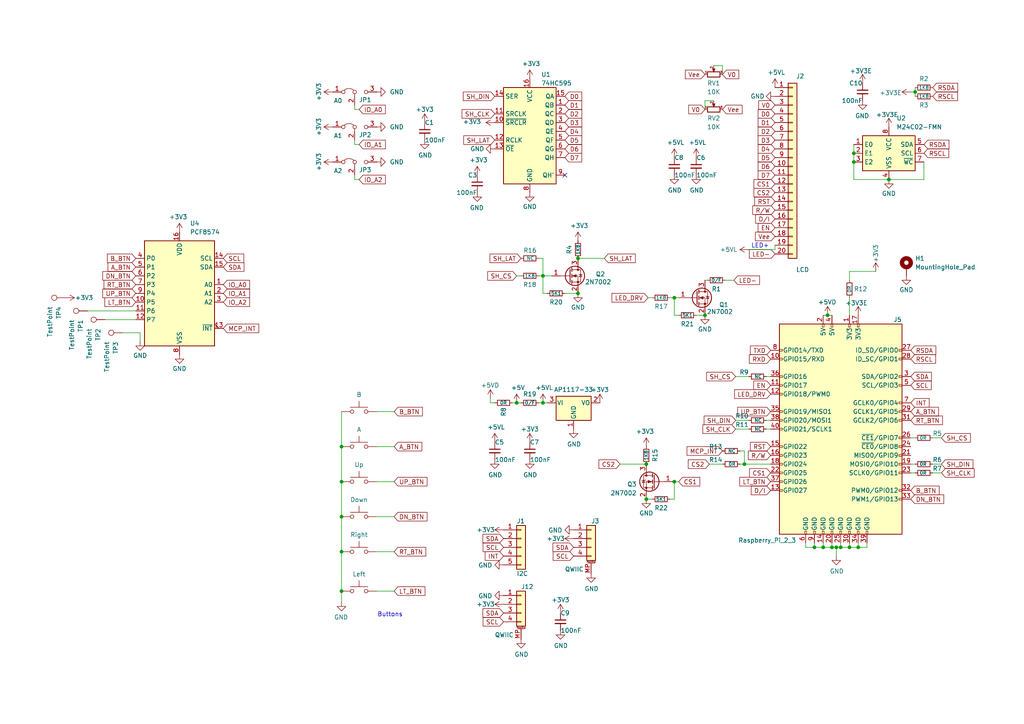
<source format=kicad_sch>
(kicad_sch (version 20231120) (generator "eeschema") (generator_version "8.0")
  (paper "A4")
  (junction (at 265.43 26.67))
  (junction (at 157.48 116.84))
  (junction (at 187.452 134.62))
  (junction (at 99.06 129.54))
  (junction (at 99.06 139.7))
  (junction (at 167.64 85.09))
  (junction (at 247.65 44.45))
  (junction (at 248.92 158.75))
  (junction (at 167.64 74.93))
  (junction (at 246.38 158.75))
  (junction (at 195.58 86.36))
  (junction (at 157.48 80.01))
  (junction (at 99.06 171.45))
  (junction (at 236.22 158.75))
  (junction (at 257.81 52.07))
  (junction (at 243.84 158.75))
  (junction (at 195.58 139.7))
  (junction (at 187.452 144.78))
  (junction (at 241.3 158.75))
  (junction (at 204.47 91.44))
  (junction (at 247.65 46.99))
  (junction (at 99.06 149.86))
  (junction (at 242.57 158.75))
  (junction (at 149.86 116.84))
  (junction (at 215.9 134.62))
  (junction (at 99.06 160.02))
  (junction (at 238.76 158.75))
  (junction (at 240.03 91.44))
  (no_connect (at 163.83 50.8))
  (wire (pts (xy 243.84 158.75) (xy 246.38 158.75)))
  (wire (pts (xy 102.87 41.91) (xy 102.87 40.64)))
  (wire (pts (xy 148.59 116.84) (xy 149.86 116.84)))
  (wire (pts (xy 236.22 158.75) (xy 238.76 158.75)))
  (wire (pts (xy 149.86 80.01) (xy 151.13 80.01)))
  (wire (pts (xy 273.05 137.16) (xy 270.51 137.16)))
  (wire (pts (xy 142.24 116.84) (xy 142.24 115.57)))
  (wire (pts (xy 273.05 134.62) (xy 270.51 134.62)))
  (wire (pts (xy 247.65 46.99) (xy 247.65 44.45)))
  (wire (pts (xy 35.56 96.52) (xy 40.64 96.52)))
  (wire (pts (xy 210.312 81.28) (xy 212.852 81.28)))
  (wire (pts (xy 243.84 157.48) (xy 243.84 158.75)))
  (wire (pts (xy 104.14 52.07) (xy 102.87 52.07)))
  (wire (pts (xy 241.3 158.75) (xy 242.57 158.75)))
  (wire (pts (xy 114.3 149.86) (xy 109.22 149.86)))
  (wire (pts (xy 205.74 134.62) (xy 209.55 134.62)))
  (wire (pts (xy 265.43 26.67) (xy 264.16 26.67)))
  (wire (pts (xy 209.55 19.05) (xy 209.55 21.59)))
  (wire (pts (xy 99.06 149.86) (xy 99.06 160.02)))
  (wire (pts (xy 40.64 96.52) (xy 40.64 99.06)))
  (wire (pts (xy 195.58 86.36) (xy 196.85 86.36)))
  (wire (pts (xy 222.25 124.46) (xy 223.52 124.46)))
  (wire (pts (xy 265.43 134.62) (xy 264.16 134.62)))
  (wire (pts (xy 99.06 129.54) (xy 99.06 139.7)))
  (wire (pts (xy 242.57 158.75) (xy 243.84 158.75)))
  (wire (pts (xy 143.51 116.84) (xy 142.24 116.84)))
  (wire (pts (xy 104.14 41.91) (xy 102.87 41.91)))
  (wire (pts (xy 99.06 139.7) (xy 99.06 149.86)))
  (wire (pts (xy 114.3 171.45) (xy 109.22 171.45)))
  (wire (pts (xy 222.25 109.22) (xy 223.52 109.22)))
  (wire (pts (xy 233.68 157.48) (xy 233.68 158.75)))
  (wire (pts (xy 114.3 119.38) (xy 109.22 119.38)))
  (wire (pts (xy 25.4 90.17) (xy 39.37 90.17)))
  (wire (pts (xy 246.38 158.75) (xy 248.92 158.75)))
  (wire (pts (xy 273.05 127) (xy 270.51 127)))
  (wire (pts (xy 215.9 130.81) (xy 215.9 134.62)))
  (wire (pts (xy 207.01 19.05) (xy 209.55 19.05)))
  (wire (pts (xy 265.43 26.67) (xy 265.43 27.94)))
  (wire (pts (xy 104.14 31.75) (xy 102.87 31.75)))
  (wire (pts (xy 109.22 160.02) (xy 114.3 160.02)))
  (wire (pts (xy 114.3 129.54) (xy 109.22 129.54)))
  (wire (pts (xy 257.81 52.07) (xy 267.97 52.07)))
  (wire (pts (xy 30.48 92.71) (xy 39.37 92.71)))
  (wire (pts (xy 215.9 134.62) (xy 223.52 134.62)))
  (wire (pts (xy 102.87 52.07) (xy 102.87 50.8)))
  (wire (pts (xy 102.87 31.75) (xy 102.87 30.48)))
  (wire (pts (xy 214.63 134.62) (xy 215.9 134.62)))
  (wire (pts (xy 187.96 86.36) (xy 189.23 86.36)))
  (wire (pts (xy 99.06 171.45) (xy 99.06 174.625)))
  (wire (pts (xy 99.06 160.02) (xy 99.06 171.45)))
  (wire (pts (xy 195.58 139.7) (xy 195.072 139.7)))
  (wire (pts (xy 201.93 91.44) (xy 204.47 91.44)))
  (wire (pts (xy 238.76 158.75) (xy 241.3 158.75)))
  (wire (pts (xy 156.21 80.01) (xy 157.48 80.01)))
  (wire (pts (xy 156.21 116.84) (xy 157.48 116.84)))
  (wire (pts (xy 157.48 116.84) (xy 158.75 116.84)))
  (wire (pts (xy 109.22 139.7) (xy 114.3 139.7)))
  (wire (pts (xy 217.17 72.39) (xy 224.79 72.39)))
  (wire (pts (xy 187.452 144.78) (xy 189.23 144.78)))
  (wire (pts (xy 248.92 157.48) (xy 248.92 158.75)))
  (wire (pts (xy 157.48 74.93) (xy 157.48 80.01)))
  (wire (pts (xy 194.31 86.36) (xy 195.58 86.36)))
  (wire (pts (xy 157.48 85.09) (xy 157.48 80.01)))
  (wire (pts (xy 187.452 134.62) (xy 179.832 134.62)))
  (wire (pts (xy 265.43 25.4) (xy 265.43 26.67)))
  (wire (pts (xy 265.43 137.16) (xy 264.16 137.16)))
  (wire (pts (xy 163.83 85.09) (xy 167.64 85.09)))
  (wire (pts (xy 195.58 139.7) (xy 195.58 144.78)))
  (wire (pts (xy 158.75 85.09) (xy 157.48 85.09)))
  (wire (pts (xy 251.46 158.75) (xy 251.46 157.48)))
  (wire (pts (xy 246.38 86.36) (xy 246.38 91.44)))
  (wire (pts (xy 267.97 52.07) (xy 267.97 46.99)))
  (wire (pts (xy 236.22 157.48) (xy 236.22 158.75)))
  (wire (pts (xy 246.38 78.74) (xy 254 78.74)))
  (wire (pts (xy 196.85 91.44) (xy 195.58 91.44)))
  (wire (pts (xy 242.57 161.29) (xy 242.57 158.75)))
  (wire (pts (xy 265.43 127) (xy 264.16 127)))
  (wire (pts (xy 247.65 44.45) (xy 247.65 41.91)))
  (wire (pts (xy 156.21 74.93) (xy 157.48 74.93)))
  (wire (pts (xy 246.38 157.48) (xy 246.38 158.75)))
  (wire (pts (xy 195.58 91.44) (xy 195.58 86.36)))
  (wire (pts (xy 195.58 144.78) (xy 194.31 144.78)))
  (wire (pts (xy 222.25 121.92) (xy 223.52 121.92)))
  (wire (pts (xy 157.48 80.01) (xy 160.02 80.01)))
  (wire (pts (xy 196.85 139.7) (xy 195.58 139.7)))
  (wire (pts (xy 238.76 157.48) (xy 238.76 158.75)))
  (wire (pts (xy 213.36 109.22) (xy 217.17 109.22)))
  (wire (pts (xy 240.03 91.44) (xy 238.76 91.44)))
  (wire (pts (xy 213.36 121.92) (xy 217.17 121.92)))
  (wire (pts (xy 207.01 29.21) (xy 204.47 29.21)))
  (wire (pts (xy 213.36 124.46) (xy 217.17 124.46)))
  (wire (pts (xy 204.47 29.21) (xy 204.47 31.75)))
  (wire (pts (xy 247.65 52.07) (xy 247.65 46.99)))
  (wire (pts (xy 233.68 158.75) (xy 236.22 158.75)))
  (wire (pts (xy 246.38 81.28) (xy 246.38 78.74)))
  (wire (pts (xy 204.47 81.28) (xy 205.232 81.28)))
  (wire (pts (xy 151.13 116.84) (xy 149.86 116.84)))
  (wire (pts (xy 241.3 157.48) (xy 241.3 158.75)))
  (wire (pts (xy 214.63 130.81) (xy 215.9 130.81)))
  (wire (pts (xy 248.92 158.75) (xy 251.46 158.75)))
  (wire (pts (xy 257.81 52.07) (xy 247.65 52.07)))
  (wire (pts (xy 167.64 74.93) (xy 175.26 74.93)))
  (wire (pts (xy 240.03 91.44) (xy 241.3 91.44)))
  (wire (pts (xy 224.79 72.39) (xy 224.79 71.12)))
  (wire (pts (xy 99.06 119.38) (xy 99.06 129.54)))
  (text "Buttons" (at 116.84 179.07 0) (effects (font (size 1.27 1.27)) (justify right bottom)))
  (text "LED+" (at 220.472 71.374 0) (effects (font (size 1.27 1.27))))
  (global_label "CS1" (shape input) (at 223.52 137.16 180) (property "Intersheetrefs" "${INTERSHEET_REFS}" (effects (hide yes))))
  (global_label "D6" (shape input) (at 224.79 48.26 180) (property "Intersheetrefs" "${INTERSHEET_REFS}" (effects (hide yes))))
  (global_label "D5" (shape input) (at 224.79 45.72 180) (property "Intersheetrefs" "${INTERSHEET_REFS}" (effects (hide yes))))
  (global_label "EN" (shape input) (at 223.52 111.76 180) (property "Intersheetrefs" "${INTERSHEET_REFS}" (effects (hide yes))))
  (global_label "RSDA" (shape input) (at 267.97 41.91 0) (property "Intersheetrefs" "${INTERSHEET_REFS}" (effects (hide yes))))
  (global_label "LED-" (shape input) (at 212.852 81.28 0) (property "Intersheetrefs" "${INTERSHEET_REFS}" (effects (hide yes))))
  (global_label "LED_DRV" (shape input) (at 223.52 114.3 180) (property "Intersheetrefs" "${INTERSHEET_REFS}" (effects (hide yes))))
  (global_label "B_BTN" (shape input) (at 39.37 74.93 180) (property "Intersheetrefs" "${INTERSHEET_REFS}" (effects (hide yes))))
  (global_label "V0" (shape input) (at 209.55 21.59 0) (property "Intersheetrefs" "${INTERSHEET_REFS}" (effects (hide yes))))
  (global_label "A_BTN" (shape input) (at 114.3 129.54 0) (property "Intersheetrefs" "${INTERSHEET_REFS}" (effects (hide yes))))
  (global_label "D4" (shape input) (at 163.83 38.1 0) (property "Intersheetrefs" "${INTERSHEET_REFS}" (effects (hide yes))))
  (global_label "IO_A2" (shape input) (at 104.14 52.07 0) (property "Intersheetrefs" "${INTERSHEET_REFS}" (effects (hide yes))))
  (global_label "CS1" (shape input) (at 196.85 139.7 0) (property "Intersheetrefs" "${INTERSHEET_REFS}" (effects (hide yes))))
  (global_label "LED_DRV" (shape input) (at 187.96 86.36 180) (property "Intersheetrefs" "${INTERSHEET_REFS}" (effects (hide yes))))
  (global_label "IO_A0" (shape input) (at 104.14 31.75 0) (property "Intersheetrefs" "${INTERSHEET_REFS}" (effects (hide yes))))
  (global_label "IO_A2" (shape input) (at 64.77 87.63 0) (property "Intersheetrefs" "${INTERSHEET_REFS}" (effects (hide yes))))
  (global_label "SH_CS" (shape input) (at 149.86 80.01 180) (property "Intersheetrefs" "${INTERSHEET_REFS}" (effects (hide yes))))
  (global_label "R{slash}W" (shape input) (at 224.79 60.96 180) (property "Intersheetrefs" "${INTERSHEET_REFS}" (effects (hide yes))))
  (global_label "DN_BTN" (shape input) (at 39.37 80.01 180) (property "Intersheetrefs" "${INTERSHEET_REFS}" (effects (hide yes))))
  (global_label "D5" (shape input) (at 163.83 40.64 0) (property "Intersheetrefs" "${INTERSHEET_REFS}" (effects (hide yes))))
  (global_label "CS2" (shape input) (at 224.79 55.88 180) (property "Intersheetrefs" "${INTERSHEET_REFS}" (effects (hide yes))))
  (global_label "RT_BTN" (shape input) (at 39.37 82.55 180) (property "Intersheetrefs" "${INTERSHEET_REFS}" (effects (hide yes))))
  (global_label "Vee" (shape input) (at 209.55 31.75 0) (property "Intersheetrefs" "${INTERSHEET_REFS}" (effects (hide yes))))
  (global_label "Vee" (shape input) (at 224.79 68.58 180) (property "Intersheetrefs" "${INTERSHEET_REFS}" (effects (hide yes))))
  (global_label "UP_BTN" (shape input) (at 223.52 119.38 180) (property "Intersheetrefs" "${INTERSHEET_REFS}" (effects (hide yes))))
  (global_label "SH_DIN" (shape input) (at 143.51 27.94 180) (property "Intersheetrefs" "${INTERSHEET_REFS}" (effects (hide yes))))
  (global_label "D7" (shape input) (at 224.79 50.8 180) (property "Intersheetrefs" "${INTERSHEET_REFS}" (effects (hide yes))))
  (global_label "D1" (shape input) (at 163.83 30.48 0) (property "Intersheetrefs" "${INTERSHEET_REFS}" (effects (hide yes))))
  (global_label "D6" (shape input) (at 163.83 43.18 0) (property "Intersheetrefs" "${INTERSHEET_REFS}" (effects (hide yes))))
  (global_label "SH_CLK" (shape input) (at 273.05 137.16 0) (property "Intersheetrefs" "${INTERSHEET_REFS}" (effects (hide yes))))
  (global_label "EN" (shape input) (at 224.79 66.04 180) (property "Intersheetrefs" "${INTERSHEET_REFS}" (effects (hide yes))))
  (global_label "LT_BTN" (shape input) (at 39.37 87.63 180) (property "Intersheetrefs" "${INTERSHEET_REFS}" (effects (hide yes))))
  (global_label "RT_BTN" (shape input) (at 114.3 160.02 0) (property "Intersheetrefs" "${INTERSHEET_REFS}" (effects (hide yes))))
  (global_label "D4" (shape input) (at 224.79 43.18 180) (property "Intersheetrefs" "${INTERSHEET_REFS}" (effects (hide yes))))
  (global_label "D2" (shape input) (at 163.83 33.02 0) (property "Intersheetrefs" "${INTERSHEET_REFS}" (effects (hide yes))))
  (global_label "SDA" (shape input) (at 64.77 77.47 0) (property "Intersheetrefs" "${INTERSHEET_REFS}" (effects (hide yes))))
  (global_label "SH_LAT" (shape input) (at 143.51 40.64 180) (property "Intersheetrefs" "${INTERSHEET_REFS}" (effects (hide yes))))
  (global_label "MCP_INT" (shape input) (at 209.55 130.81 180) (property "Intersheetrefs" "${INTERSHEET_REFS}" (effects (hide yes))))
  (global_label "CS2" (shape input) (at 205.74 134.62 180) (property "Intersheetrefs" "${INTERSHEET_REFS}" (effects (hide yes))))
  (global_label "DN_BTN" (shape input) (at 264.16 144.78 0) (property "Intersheetrefs" "${INTERSHEET_REFS}" (effects (hide yes))))
  (global_label "SCL" (shape input) (at 264.16 111.76 0) (property "Intersheetrefs" "${INTERSHEET_REFS}" (effects (hide yes))))
  (global_label "RSCL" (shape input) (at 264.16 104.14 0) (property "Intersheetrefs" "${INTERSHEET_REFS}" (effects (hide yes))))
  (global_label "IO_A1" (shape input) (at 64.77 85.09 0) (property "Intersheetrefs" "${INTERSHEET_REFS}" (effects (hide yes))))
  (global_label "D{slash}I" (shape input) (at 224.79 63.5 180) (property "Intersheetrefs" "${INTERSHEET_REFS}" (effects (hide yes))))
  (global_label "RSCL" (shape input) (at 270.51 27.94 0) (property "Intersheetrefs" "${INTERSHEET_REFS}" (effects (hide yes))))
  (global_label "LT_BTN" (shape input) (at 223.52 139.7 180) (property "Intersheetrefs" "${INTERSHEET_REFS}" (effects (hide yes))))
  (global_label "RSCL" (shape input) (at 267.97 44.45 0) (property "Intersheetrefs" "${INTERSHEET_REFS}" (effects (hide yes))))
  (global_label "B_BTN" (shape input) (at 264.16 142.24 0) (property "Intersheetrefs" "${INTERSHEET_REFS}" (effects (hide yes))))
  (global_label "LT_BTN" (shape input) (at 114.3 171.45 0) (property "Intersheetrefs" "${INTERSHEET_REFS}" (effects (hide yes))))
  (global_label "IO_A1" (shape input) (at 104.14 41.91 0) (property "Intersheetrefs" "${INTERSHEET_REFS}" (effects (hide yes))))
  (global_label "D3" (shape input) (at 224.79 40.64 180) (property "Intersheetrefs" "${INTERSHEET_REFS}" (effects (hide yes))))
  (global_label "TXD" (shape input) (at 223.52 101.6 180) (property "Intersheetrefs" "${INTERSHEET_REFS}" (effects (hide yes))))
  (global_label "LED-" (shape input) (at 224.79 73.66 180) (property "Intersheetrefs" "${INTERSHEET_REFS}" (effects (hide yes))))
  (global_label "IO_A0" (shape input) (at 64.77 82.55 0) (property "Intersheetrefs" "${INTERSHEET_REFS}" (effects (hide yes))))
  (global_label "D0" (shape input) (at 224.79 33.02 180) (property "Intersheetrefs" "${INTERSHEET_REFS}" (effects (hide yes))))
  (global_label "SH_CLK" (shape input) (at 213.36 124.46 180) (property "Intersheetrefs" "${INTERSHEET_REFS}" (effects (hide yes))))
  (global_label "SDA" (shape input) (at 146.05 156.21 180) (property "Intersheetrefs" "${INTERSHEET_REFS}" (effects (hide yes))))
  (global_label "Vee" (shape input) (at 204.47 21.59 180) (property "Intersheetrefs" "${INTERSHEET_REFS}" (effects (hide yes))))
  (global_label "SH_CS" (shape input) (at 213.36 109.22 180) (property "Intersheetrefs" "${INTERSHEET_REFS}" (effects (hide yes))))
  (global_label "SH_DIN" (shape input) (at 273.05 134.62 0) (property "Intersheetrefs" "${INTERSHEET_REFS}" (effects (hide yes))))
  (global_label "CS1" (shape input) (at 224.79 53.34 180) (property "Intersheetrefs" "${INTERSHEET_REFS}" (effects (hide yes))))
  (global_label "SDA" (shape input) (at 264.16 109.22 0) (property "Intersheetrefs" "${INTERSHEET_REFS}" (effects (hide yes))))
  (global_label "RST" (shape input) (at 223.52 129.54 180) (property "Intersheetrefs" "${INTERSHEET_REFS}" (effects (hide yes))))
  (global_label "D0" (shape input) (at 163.83 27.94 0) (property "Intersheetrefs" "${INTERSHEET_REFS}" (effects (hide yes))))
  (global_label "RSDA" (shape input) (at 270.51 25.4 0) (property "Intersheetrefs" "${INTERSHEET_REFS}" (effects (hide yes))))
  (global_label "RSDA" (shape input) (at 264.16 101.6 0) (property "Intersheetrefs" "${INTERSHEET_REFS}" (effects (hide yes))))
  (global_label "RXD" (shape input) (at 223.52 104.14 180) (property "Intersheetrefs" "${INTERSHEET_REFS}" (effects (hide yes))))
  (global_label "RT_BTN" (shape input) (at 264.16 121.92 0) (property "Intersheetrefs" "${INTERSHEET_REFS}" (effects (hide yes))))
  (global_label "SCL" (shape input) (at 64.77 74.93 0) (property "Intersheetrefs" "${INTERSHEET_REFS}" (effects (hide yes))))
  (global_label "SDA" (shape input) (at 146.05 177.8 180) (property "Intersheetrefs" "${INTERSHEET_REFS}" (effects (hide yes))))
  (global_label "SCL" (shape input) (at 166.37 161.29 180) (property "Intersheetrefs" "${INTERSHEET_REFS}" (effects (hide yes))))
  (global_label "SDA" (shape input) (at 166.37 158.75 180) (property "Intersheetrefs" "${INTERSHEET_REFS}" (effects (hide yes))))
  (global_label "A_BTN" (shape input) (at 39.37 77.47 180) (property "Intersheetrefs" "${INTERSHEET_REFS}" (effects (hide yes))))
  (global_label "SH_LAT" (shape input) (at 151.13 74.93 180) (property "Intersheetrefs" "${INTERSHEET_REFS}" (effects (hide yes))))
  (global_label "A_BTN" (shape input) (at 264.16 119.38 0) (property "Intersheetrefs" "${INTERSHEET_REFS}" (effects (hide yes))))
  (global_label "SH_DIN" (shape input) (at 213.36 121.92 180) (property "Intersheetrefs" "${INTERSHEET_REFS}" (effects (hide yes))))
  (global_label "D2" (shape input) (at 224.79 38.1 180) (property "Intersheetrefs" "${INTERSHEET_REFS}" (effects (hide yes))))
  (global_label "SCL" (shape input) (at 146.05 180.34 180) (property "Intersheetrefs" "${INTERSHEET_REFS}" (effects (hide yes))))
  (global_label "UP_BTN" (shape input) (at 114.3 139.7 0) (property "Intersheetrefs" "${INTERSHEET_REFS}" (effects (hide yes))))
  (global_label "RST" (shape input) (at 224.79 58.42 180) (property "Intersheetrefs" "${INTERSHEET_REFS}" (effects (hide yes))))
  (global_label "SCL" (shape input) (at 146.05 158.75 180) (property "Intersheetrefs" "${INTERSHEET_REFS}" (effects (hide yes))))
  (global_label "B_BTN" (shape input) (at 114.3 119.38 0) (property "Intersheetrefs" "${INTERSHEET_REFS}" (effects (hide yes))))
  (global_label "D{slash}I" (shape input) (at 223.52 142.24 180) (property "Intersheetrefs" "${INTERSHEET_REFS}" (effects (hide yes))))
  (global_label "INT" (shape input) (at 146.05 161.29 180) (property "Intersheetrefs" "${INTERSHEET_REFS}" (effects (hide yes))))
  (global_label "MCP_INT" (shape input) (at 64.77 95.25 0) (property "Intersheetrefs" "${INTERSHEET_REFS}" (effects (hide yes))))
  (global_label "SH_CS" (shape input) (at 273.05 127 0) (property "Intersheetrefs" "${INTERSHEET_REFS}" (effects (hide yes))))
  (global_label "INT" (shape input) (at 264.16 116.84 0) (property "Intersheetrefs" "${INTERSHEET_REFS}" (effects (hide yes))))
  (global_label "DN_BTN" (shape input) (at 114.3 149.86 0) (property "Intersheetrefs" "${INTERSHEET_REFS}" (effects (hide yes))))
  (global_label "D1" (shape input) (at 224.79 35.56 180) (property "Intersheetrefs" "${INTERSHEET_REFS}" (effects (hide yes))))
  (global_label "SH_LAT" (shape input) (at 175.26 74.93 0) (property "Intersheetrefs" "${INTERSHEET_REFS}" (effects (hide yes))))
  (global_label "D3" (shape input) (at 163.83 35.56 0) (property "Intersheetrefs" "${INTERSHEET_REFS}" (effects (hide yes))))
  (global_label "CS2" (shape input) (at 179.832 134.62 180) (property "Intersheetrefs" "${INTERSHEET_REFS}" (effects (hide yes))))
  (global_label "UP_BTN" (shape input) (at 39.37 85.09 180) (property "Intersheetrefs" "${INTERSHEET_REFS}" (effects (hide yes))))
  (global_label "R{slash}W" (shape input) (at 223.52 132.08 180) (property "Intersheetrefs" "${INTERSHEET_REFS}" (effects (hide yes))))
  (global_label "V0" (shape input) (at 224.79 30.48 180) (property "Intersheetrefs" "${INTERSHEET_REFS}" (effects (hide yes))))
  (global_label "V0" (shape input) (at 204.47 31.75 180) (property "Intersheetrefs" "${INTERSHEET_REFS}" (effects (hide yes))))
  (global_label "D7" (shape input) (at 163.83 45.72 0) (property "Intersheetrefs" "${INTERSHEET_REFS}" (effects (hide yes))))
  (global_label "SH_CLK" (shape input) (at 143.51 33.02 180) (property "Intersheetrefs" "${INTERSHEET_REFS}" (effects (hide yes))))
  (symbol (lib_id "Connector:Raspberry_Pi_2_3") (at 243.84 124.46 0) (unit 1)
    (property "Reference" "J5" (at 260.35 92.71 0))
    (property "Value" "Raspberry_Pi_2_3" (at 222.504 156.718 0))
    (property "Footprint" "p:RASPBERRY_PI_HAT" (effects (hide yes)))
    (property "Datasheet" "https://www.raspberrypi.org/documentation/hardware/raspberrypi/schematics/rpi_SCH_3bplus_1p0_reduced.pdf" (effects (hide yes)))
  )
  (symbol (lib_id "power:GND") (at 242.57 161.29 0) (unit 1)
    (property "Reference" "#PWR0124" (effects (hide yes)))
    (property "Value" "GND" (at 242.697 165.6842 0))
  )
  (symbol (lib_id "Connector_Generic:Conn_01x05") (at 151.13 158.75 0) (unit 1)
    (property "Reference" "J1" (at 149.86 151.13 0) (effects (justify left)))
    (property "Value" "I2C" (at 149.86 166.37 0) (effects (justify left)))
    (property "Footprint" "Connector_PinHeader_2.54mm:PinHeader_1x05_P2.54mm_Vertical" (effects (hide yes)))
  )
  (symbol (lib_id "power:GND") (at 146.05 163.83 270) (unit 1)
    (property "Reference" "#PWR0121" (effects (hide yes)))
    (property "Value" "GND" (at 142.7988 163.957 90) (effects (justify right)))
  )
  (symbol (lib_id "power:+3V3") (at 146.05 153.67 90) (unit 1)
    (property "Reference" "#PWR0102" (effects (hide yes)))
    (property "Value" "+3V3" (at 143.51 153.67 90) (effects (justify left)))
  )
  (symbol (lib_id "Connector_Generic_MountingPin:Conn_01x04_MountingPin") (at 151.13 175.26 0) (unit 1)
    (property "Reference" "J12" (at 151.13 170.18 0) (effects (justify left)))
    (property "Value" "QWIIC" (at 143.51 184.15 0) (effects (justify left)))
    (property "Footprint" "Connector_JST:JST_SH_SM04B-SRSS-TB_1x04-1MP_P1.00mm_Horizontal" (effects (hide yes)))
  )
  (symbol (lib_id "power:+3V3") (at 254 78.74 0) (unit 1)
    (property "Reference" "#PWR0115" (effects (hide yes)))
    (property "Value" "+3V3" (at 254 76.2 90) (effects (justify left)))
  )
  (symbol (lib_id "power:+3V3") (at 146.05 175.26 90) (unit 1)
    (property "Reference" "#PWR0119" (effects (hide yes)))
    (property "Value" "+3V3" (at 143.51 175.26 90) (effects (justify left)))
  )
  (symbol (lib_id "power:GND") (at 146.05 172.72 270) (unit 1)
    (property "Reference" "#PWR0137" (effects (hide yes)))
    (property "Value" "GND" (at 142.7988 172.847 90) (effects (justify right)))
  )
  (symbol (lib_id "power:GND") (at 151.13 185.42 0) (unit 1)
    (property "Reference" "#PWR0138" (effects (hide yes)))
    (property "Value" "GND" (at 151.257 189.8142 0))
  )
  (symbol (lib_id "Device:C_Small") (at 153.67 130.81 0) (unit 1)
    (property "Reference" "C7" (at 153.67 128.27 0) (effects (justify left)))
    (property "Value" "100nF" (at 153.67 133.35 0) (effects (justify left)))
    (property "Footprint" "Capacitor_SMD:C_0603_1608Metric" (effects (hide yes)))
  )
  (symbol (lib_id "power:GND") (at 153.67 133.35 0) (unit 1)
    (property "Reference" "#PWR0144" (effects (hide yes)))
    (property "Value" "GND" (at 153.797 137.7442 0))
  )
  (symbol (lib_id "Device:C_Small") (at 143.51 130.81 0) (unit 1)
    (property "Reference" "C5" (at 143.51 128.27 0) (effects (justify left)))
    (property "Value" "100nF" (at 143.51 133.35 0) (effects (justify left)))
    (property "Footprint" "Capacitor_SMD:C_0603_1608Metric" (effects (hide yes)))
  )
  (symbol (lib_id "power:GND") (at 143.51 133.35 0) (unit 1)
    (property "Reference" "#PWR0145" (effects (hide yes)))
    (property "Value" "GND" (at 143.637 137.7442 0))
  )
  (symbol (lib_id "Device:C_Small") (at 162.56 180.34 0) (unit 1)
    (property "Reference" "C9" (at 162.56 177.8 0) (effects (justify left)))
    (property "Value" "100nF" (at 162.56 182.88 0) (effects (justify left)))
    (property "Footprint" "Capacitor_SMD:C_0603_1608Metric" (effects (hide yes)))
  )
  (symbol (lib_id "power:GND") (at 162.56 182.88 0) (unit 1)
    (property "Reference" "#PWR0149" (effects (hide yes)))
    (property "Value" "GND" (at 162.687 187.2742 0))
  )
  (symbol (lib_id "power:+3V3") (at 162.56 177.8 0) (unit 1)
    (property "Reference" "#PWR0150" (effects (hide yes)))
    (property "Value" "+3V3" (at 162.56 173.99 0))
  )
  (symbol (lib_id "Device:C_Small") (at 250.19 26.67 0) (mirror y) (unit 1)
    (property "Reference" "C10" (at 250.19 24.13 0) (effects (justify left)))
    (property "Value" "100nF" (at 250.19 29.21 0) (effects (justify left)))
    (property "Footprint" "Capacitor_SMD:C_0603_1608Metric" (effects (hide yes)))
  )
  (symbol (lib_id "power:GND") (at 250.19 29.21 0) (mirror y) (unit 1)
    (property "Reference" "#PWR0156" (effects (hide yes)))
    (property "Value" "GND" (at 250.063 33.6042 0))
  )
  (symbol (lib_id "Device:C_Small") (at 195.58 48.26 0) (unit 1)
    (property "Reference" "C8" (at 195.58 45.72 0) (effects (justify left)))
    (property "Value" "100nF" (at 195.58 50.8 0) (effects (justify left)))
    (property "Footprint" "Capacitor_SMD:C_0603_1608Metric" (effects (hide yes)))
  )
  (symbol (lib_id "power:GND") (at 195.58 50.8 0) (unit 1)
    (property "Reference" "#PWR0157" (effects (hide yes)))
    (property "Value" "GND" (at 195.707 55.1942 0))
  )
  (symbol (lib_id "Device:C_Small") (at 201.93 48.26 0) (unit 1)
    (property "Reference" "C6" (at 201.93 45.72 0) (effects (justify left)))
    (property "Value" "100nF" (at 201.93 50.8 0) (effects (justify left)))
    (property "Footprint" "Capacitor_SMD:C_0603_1608Metric" (effects (hide yes)))
  )
  (symbol (lib_id "power:GND") (at 201.93 50.8 0) (unit 1)
    (property "Reference" "#PWR0167" (effects (hide yes)))
    (property "Value" "GND" (at 202.057 55.1942 0))
  )
  (symbol (lib_id "Device:R_Small") (at 246.38 83.82 0) (mirror y) (unit 1)
    (property "Reference" "R12" (at 247.65 83.82 0) (effects (justify right)))
    (property "Value" "0R" (at 246.38 82.804 90) (effects (font (size 0.9906 0.9906)) (justify right)))
    (property "Footprint" "Resistor_SMD:R_0603_1608Metric" (effects (hide yes)))
  )
  (symbol (lib_id "power:+5VD") (at 240.03 91.44 0) (unit 1)
    (property "Reference" "#PWR0171" (effects (hide yes)))
    (property "Value" "+5VD" (at 237.236 87.63 0) (effects (justify left)))
  )
  (symbol (lib_id "power:+5V") (at 149.86 116.84 0) (unit 1)
    (property "Reference" "#PWR0174" (effects (hide yes)))
    (property "Value" "+5V" (at 150.241 112.4458 0))
  )
  (symbol (lib_id "Regulator_Linear:AP1117-33") (at 166.37 116.84 0) (unit 1)
    (property "Reference" "U5" (effects (hide yes)))
    (property "Value" "AP1117-33" (at 166.37 113.0046 0))
    (property "Footprint" "Package_TO_SOT_SMD:SOT-223-3_TabPin2" (effects (hide yes)))
    (property "Datasheet" "http://www.diodes.com/datasheets/AP1117.pdf" (effects (hide yes)))
  )
  (symbol (lib_id "power:+3V3") (at 173.99 116.84 0) (unit 1)
    (property "Reference" "#PWR0175" (effects (hide yes)))
    (property "Value" "+3V3" (at 173.99 113.03 0))
  )
  (symbol (lib_id "power:GND") (at 166.37 124.46 0) (unit 1)
    (property "Reference" "#PWR0176" (effects (hide yes)))
    (property "Value" "GND" (at 166.497 128.8542 0))
  )
  (symbol (lib_id "Device:R_Small") (at 153.67 116.84 270) (unit 1)
    (property "Reference" "R19" (at 153.67 114.3 90))
    (property "Value" "0/F" (at 153.67 116.84 90) (effects (font (size 0.9906 0.9906))))
    (property "Footprint" "Resistor_SMD:R_0805_2012Metric" (effects (hide yes)))
  )
  (symbol (lib_id "power:+5VL") (at 157.48 116.84 0) (unit 1)
    (property "Reference" "#PWR0177" (effects (hide yes)))
    (property "Value" "+5VL" (at 157.861 112.4458 0))
  )
  (symbol (lib_id "Device:R_Small") (at 267.97 27.94 90) (unit 1)
    (property "Reference" "R3" (at 267.97 30.48 90))
    (property "Value" "1K8" (at 267.97 27.94 90) (effects (font (size 0.9906 0.9906))))
    (property "Footprint" "Resistor_SMD:R_0603_1608Metric" (effects (hide yes)))
  )
  (symbol (lib_id "Connector:TestPoint") (at 19.05 86.36 90) (unit 1)
    (property "Reference" "TP4" (at 17.0181 88.9 0) (effects (justify right)))
    (property "Value" "TestPoint" (at 14.4781 88.9 0) (effects (justify right)))
    (property "Footprint" "TestPoint:TestPoint_Pad_2.0x2.0mm" (effects (hide yes)))
    (property "Description" "test point" (effects (hide yes)))
  )
  (symbol (lib_name "GND_2") (lib_id "power:GND") (at 109.22 46.99 90) (unit 1)
    (property "Reference" "#PWR034" (effects (hide yes)))
    (property "Value" "GND" (at 113.03 46.9899 90) (effects (justify right)))
    (property "Description" "Power symbol creates a global label with name \"GND\" , ground" (effects (hide yes)))
  )
  (symbol (lib_id "power:GND") (at 187.452 144.78 0) (mirror y) (unit 1)
    (property "Reference" "#PWR039" (effects (hide yes)))
    (property "Value" "GND" (at 187.452 148.844 0))
    (property "Description" "Power symbol creates a global label with name \"GND\" , ground" (effects (hide yes)))
  )
  (symbol (lib_id "power:+3V3") (at 153.67 128.27 0) (unit 1)
    (property "Reference" "#PWR023" (effects (hide yes)))
    (property "Value" "+3V3" (at 153.67 124.46 0))
  )
  (symbol (lib_id "Device:R_Small") (at 267.97 25.4 90) (mirror x) (unit 1)
    (property "Reference" "R2" (at 267.97 22.86 90))
    (property "Value" "1K8" (at 267.97 25.4 90) (effects (font (size 0.9906 0.9906))))
    (property "Footprint" "Resistor_SMD:R_0603_1608Metric" (effects (hide yes)))
  )
  (symbol (lib_id "Device:C_Small") (at 138.43 53.34 0) (mirror y) (unit 1)
    (property "Reference" "C3" (at 138.43 50.8 0) (effects (justify left)))
    (property "Value" "100nF" (at 138.43 55.88 0) (effects (justify left)))
    (property "Footprint" "Capacitor_SMD:C_0603_1608Metric" (effects (hide yes)))
  )
  (symbol (lib_id "Switch:SW_Push") (at 104.14 139.7 0) (mirror y) (unit 1)
    (property "Reference" "SW3" (effects (hide yes)))
    (property "Value" "Up" (at 104.14 134.7724 0))
    (property "Footprint" "Button_Switch_SMD:SW_SPST_PTS645" (effects (hide yes)))
    (property "mpn" "REQUIRED https://www.lcsc.com/product-detail/Tactile-Switches_C-K-PTS641SM31SMTR2LFS_C285447.html" (effects (hide yes)))
    (property "LCSC Part #" "C285456" (effects (hide yes)))
  )
  (symbol (lib_id "power:GND") (at 262.89 80.01 0) (unit 1)
    (property "Reference" "#PWR035" (effects (hide yes)))
    (property "Value" "GND" (at 262.89 84.074 0))
    (property "Description" "Power symbol creates a global label with name \"GND\" , ground" (effects (hide yes)))
  )
  (symbol (lib_id "Device:R_Potentiometer_Small") (at 207.01 31.75 90) (unit 1)
    (property "Reference" "RV2" (at 207.01 34.29 90))
    (property "Value" "10K" (at 207.01 36.83 90))
    (property "Footprint" "Potentiometer_SMD:Potentiometer_Bourns_3314J_Vertical" (effects (hide yes)))
    (property "Description" "Potentiometer" (effects (hide yes)))
  )
  (symbol (lib_id "power:GND") (at 171.45 166.37 0) (unit 1)
    (property "Reference" "#PWR016" (effects (hide yes)))
    (property "Value" "GND" (at 171.577 170.7642 0))
  )
  (symbol (lib_id "Device:R_Small") (at 219.71 109.22 270) (mirror x) (unit 1)
    (property "Reference" "R9" (at 217.17 107.95 90) (effects (justify right)))
    (property "Value" "NC" (at 220.98 109.22 90) (effects (font (size 0.9906 0.9906)) (justify right)))
    (property "Footprint" "Resistor_SMD:R_0603_1608Metric" (effects (hide yes)))
  )
  (symbol (lib_id "power:+3V3") (at 264.16 26.67 90) (mirror x) (unit 1)
    (property "Reference" "#PWR08" (effects (hide yes)))
    (property "Value" "+3V3E" (at 258.318 26.924 90))
  )
  (symbol (lib_id "Switch:SW_Push") (at 104.14 160.02 0) (mirror y) (unit 1)
    (property "Reference" "SW5" (effects (hide yes)))
    (property "Value" "Right" (at 104.14 155.0924 0))
    (property "Footprint" "Button_Switch_SMD:SW_SPST_PTS645" (effects (hide yes)))
    (property "mpn" "REQUIRED https://www.lcsc.com/product-detail/Tactile-Switches_C-K-PTS641SM31SMTR2LFS_C285447.html" (effects (hide yes)))
    (property "LCSC Part #" "C285456" (effects (hide yes)))
  )
  (symbol (lib_id "74xx:74HC595") (at 153.67 38.1 0) (unit 1)
    (property "Reference" "U1" (at 156.972 21.59 0) (effects (justify left)))
    (property "Value" "74HC595" (at 156.972 24.13 0) (effects (justify left)))
    (property "Footprint" "Package_SO:SO-16_3.9x9.9mm_P1.27mm" (effects (hide yes)))
    (property "Datasheet" "http://www.ti.com/lit/ds/symlink/sn74hc595.pdf" (effects (hide yes)))
    (property "Description" "8-bit serial in/out Shift Register 3-State Outputs" (effects (hide yes)))
  )
  (symbol (lib_id "Device:R_Small") (at 199.39 91.44 270) (mirror x) (unit 1)
    (property "Reference" "R21" (at 199.39 93.98 90))
    (property "Value" "5K1" (at 199.39 91.44 90) (effects (font (size 0.9906 0.9906))))
    (property "Footprint" "Resistor_SMD:R_0603_1608Metric" (effects (hide yes)))
  )
  (symbol (lib_id "power:+3V3") (at 96.52 36.83 90) (unit 1)
    (property "Reference" "#PWR030" (effects (hide yes)))
    (property "Value" "+3V3" (at 92.456 36.83 0))
  )
  (symbol (lib_id "power:+3V3") (at 96.52 26.67 90) (unit 1)
    (property "Reference" "#PWR029" (effects (hide yes)))
    (property "Value" "+3V3" (at 92.456 26.67 0))
  )
  (symbol (lib_id "power:GND") (at 167.64 85.09 0) (unit 1)
    (property "Reference" "#PWR019" (effects (hide yes)))
    (property "Value" "GND" (at 167.64 89.154 0))
    (property "Description" "Power symbol creates a global label with name \"GND\" , ground" (effects (hide yes)))
  )
  (symbol (lib_id "power:GND") (at 40.64 99.06 0) (mirror y) (unit 1)
    (property "Reference" "#PWR040" (effects (hide yes)))
    (property "Value" "GND" (at 40.64 103.124 0))
    (property "Description" "Power symbol creates a global label with name \"GND\" , ground" (effects (hide yes)))
  )
  (symbol (lib_id "power:+3V3") (at 138.43 50.8 0) (unit 1)
    (property "Reference" "#PWR07" (effects (hide yes)))
    (property "Value" "+3V3" (at 138.811 46.4058 0))
  )
  (symbol (lib_name "GND_2") (lib_id "power:GND") (at 109.22 26.67 90) (unit 1)
    (property "Reference" "#PWR032" (effects (hide yes)))
    (property "Value" "GND" (at 113.03 26.6699 90) (effects (justify right)))
    (property "Description" "Power symbol creates a global label with name \"GND\" , ground" (effects (hide yes)))
  )
  (symbol (lib_id "Switch:SW_Push") (at 104.14 171.45 0) (mirror y) (unit 1)
    (property "Reference" "SW6" (effects (hide yes)))
    (property "Value" "Left" (at 104.14 166.5224 0))
    (property "Footprint" "Button_Switch_SMD:SW_SPST_PTS645" (effects (hide yes)))
    (property "mpn" "REQUIRED  https://www.lcsc.com/product-detail/Tactile-Switches_C-K-PTS641SM31SMTR2LFS_C285447.html" (effects (hide yes)))
    (property "LCSC Part #" "C285456" (effects (hide yes)))
  )
  (symbol (lib_id "power:+3V3") (at 248.92 91.44 0) (mirror y) (unit 1)
    (property "Reference" "#PWR021" (effects (hide yes)))
    (property "Value" "+3V3E" (at 248.412 87.884 0))
  )
  (symbol (lib_id "power:GND") (at 52.07 102.87 0) (mirror y) (unit 1)
    (property "Reference" "#PWR028" (effects (hide yes)))
    (property "Value" "GND" (at 52.07 106.934 0))
    (property "Description" "Power symbol creates a global label with name \"GND\" , ground" (effects (hide yes)))
  )
  (symbol (lib_id "Switch:SW_Push") (at 104.14 149.86 0) (mirror y) (unit 1)
    (property "Reference" "SW4" (effects (hide yes)))
    (property "Value" "Down" (at 104.14 144.9324 0))
    (property "Footprint" "Button_Switch_SMD:SW_SPST_PTS645" (effects (hide yes)))
    (property "mpn" "REQUIRED  https://www.lcsc.com/product-detail/Tactile-Switches_C-K-PTS641SM31SMTR2LFS_C285447.html" (effects (hide yes)))
    (property "LCSC Part #" "C285456" (effects (hide yes)))
  )
  (symbol (lib_id "power:+3V3") (at 143.51 35.56 90) (unit 1)
    (property "Reference" "#PWR017" (effects (hide yes)))
    (property "Value" "+3V3" (at 136.906 35.306 90))
  )
  (symbol (lib_id "Device:R_Small") (at 187.452 132.08 180) (unit 1)
    (property "Reference" "R15" (at 189.992 132.08 90))
    (property "Value" "1K8" (at 187.452 132.08 90) (effects (font (size 0.9906 0.9906))))
    (property "Footprint" "Resistor_SMD:R_0603_1608Metric" (effects (hide yes)))
  )
  (symbol (lib_id "power:GND") (at 99.06 174.625 0) (mirror y) (unit 1)
    (property "Reference" "#PWR06" (effects (hide yes)))
    (property "Value" "GND" (at 98.933 179.0192 0))
  )
  (symbol (lib_id "Connector:TestPoint") (at 30.48 92.71 90) (unit 1)
    (property "Reference" "TP2" (at 28.4481 95.25 0) (effects (justify right)))
    (property "Value" "TestPoint" (at 25.9081 95.25 0) (effects (justify right)))
    (property "Footprint" "TestPoint:TestPoint_Pad_2.0x2.0mm" (effects (hide yes)))
    (property "Description" "test point" (effects (hide yes)))
  )
  (symbol (lib_id "power:+5VD") (at 142.24 115.57 0) (unit 1)
    (property "Reference" "#PWR09" (effects (hide yes)))
    (property "Value" "+5VD" (at 139.446 111.76 0) (effects (justify left)))
  )
  (symbol (lib_id "power:+5VL") (at 224.79 25.4 0) (unit 1)
    (property "Reference" "#PWR02" (effects (hide yes)))
    (property "Value" "+5VL" (at 225.171 21.0058 0))
  )
  (symbol (lib_id "Switch:SW_Push") (at 104.14 129.54 0) (mirror y) (unit 1)
    (property "Reference" "SW2" (effects (hide yes)))
    (property "Value" "A" (at 104.14 124.6124 0))
    (property "Footprint" "Button_Switch_SMD:SW_SPST_PTS645" (effects (hide yes)))
    (property "mpn" "REQUIRED  https://www.lcsc.com/product-detail/Tactile-Switches_C-K-PTS641SM31SMTR2LFS_C285447.html" (effects (hide yes)))
    (property "LCSC Part #" "C285456" (effects (hide yes)))
  )
  (symbol (lib_id "Connector_Generic:Conn_01x20") (at 229.87 48.26 0) (unit 1)
    (property "Reference" "J2" (at 230.886 22.098 0) (effects (justify left)))
    (property "Value" "LCD" (at 230.886 78.232 0) (effects (justify left)))
    (property "Footprint" "Connector_PinHeader_2.54mm:PinHeader_1x20_P2.54mm_Vertical" (effects (hide yes)))
    (property "Description" "Generic connector, single row, 01x20, script generated (kicad-library-utils/schlib/autogen/connector/)" (effects (hide yes)))
  )
  (symbol (lib_id "Device:R_Small") (at 207.772 81.28 270) (mirror x) (unit 1)
    (property "Reference" "R1" (at 207.772 83.82 90))
    (property "Value" "0/F" (at 207.772 81.28 90) (effects (font (size 0.9906 0.9906))))
    (property "Footprint" "Resistor_SMD:R_0805_2012Metric" (effects (hide yes)))
  )
  (symbol (lib_id "power:GND") (at 153.67 55.88 0) (unit 1)
    (property "Reference" "#PWR04" (effects (hide yes)))
    (property "Value" "GND" (at 153.67 59.944 0))
    (property "Description" "Power symbol creates a global label with name \"GND\" , ground" (effects (hide yes)))
  )
  (symbol (lib_id "power:GND") (at 123.19 40.64 0) (unit 1)
    (property "Reference" "#PWR037" (effects (hide yes)))
    (property "Value" "GND" (at 123.317 45.0342 0))
  )
  (symbol (lib_id "Connector:TestPoint") (at 25.4 90.17 90) (unit 1)
    (property "Reference" "TP1" (at 23.3681 92.71 0) (effects (justify right)))
    (property "Value" "TestPoint" (at 20.8281 92.71 0) (effects (justify right)))
    (property "Footprint" "TestPoint:TestPoint_Pad_2.0x2.0mm" (effects (hide yes)))
    (property "Description" "test point" (effects (hide yes)))
  )
  (symbol (lib_id "Device:R_Small") (at 146.05 116.84 270) (mirror x) (unit 1)
    (property "Reference" "R8" (at 146.05 118.11 0) (effects (justify right)))
    (property "Value" "0R" (at 147.066 116.84 90) (effects (font (size 0.9906 0.9906)) (justify right)))
    (property "Footprint" "zpui_shld_wg12864b:R_0603_1608Metric_Jumper" (effects (hide yes)))
  )
  (symbol (lib_id "Device:R_Small") (at 219.71 121.92 270) (mirror x) (unit 1)
    (property "Reference" "R10" (at 217.17 120.65 90) (effects (justify right)))
    (property "Value" "NC" (at 220.98 121.92 90) (effects (font (size 0.9906 0.9906)) (justify right)))
    (property "Footprint" "Resistor_SMD:R_0603_1608Metric" (effects (hide yes)))
  )
  (symbol (lib_id "power:+3V3") (at 257.81 36.83 0) (mirror y) (unit 1)
    (property "Reference" "#PWR018" (effects (hide yes)))
    (property "Value" "+3V3E" (at 257.302 33.274 0))
  )
  (symbol (lib_id "Jumper:Jumper_3_Bridged12") (at 102.87 46.99 0) (unit 1) (exclude_from_sim yes) (in_bom no)
    (property "Reference" "JP3" (at 105.918 49.276 0))
    (property "Value" "A2" (at 98.044 49.53 0))
    (property "Footprint" "Jumper:SolderJumper-3_P1.3mm_Bridged12_Pad1.0x1.5mm" (effects (hide yes)))
    (property "Description" "Jumper, 3-pole, pins 1+2 closed/bridged" (effects (hide yes)))
  )
  (symbol (lib_id "power:+3V3") (at 52.07 67.31 0) (mirror y) (unit 1)
    (property "Reference" "#PWR027" (effects (hide yes)))
    (property "Value" "+3V3" (at 51.689 62.9158 0))
  )
  (symbol (lib_id "Jumper:Jumper_3_Bridged12") (at 102.87 26.67 0) (unit 1) (exclude_from_sim yes) (in_bom no)
    (property "Reference" "JP1" (at 105.918 28.956 0))
    (property "Value" "A0" (at 98.044 29.21 0))
    (property "Footprint" "Jumper:SolderJumper-3_P1.3mm_Bridged12_Pad1.0x1.5mm" (effects (hide yes)))
    (property "Description" "Jumper, 3-pole, pins 1+2 closed/bridged" (effects (hide yes)))
  )
  (symbol (lib_id "power:GND") (at 138.43 55.88 0) (mirror y) (unit 1)
    (property "Reference" "#PWR010" (effects (hide yes)))
    (property "Value" "GND" (at 138.303 60.2742 0))
  )
  (symbol (lib_id "Connector_Generic_MountingPin:Conn_01x04_MountingPin") (at 171.45 156.21 0) (unit 1)
    (property "Reference" "J3" (at 171.45 151.13 0) (effects (justify left)))
    (property "Value" "QWIIC" (at 163.83 165.1 0) (effects (justify left)))
    (property "Footprint" "Connector_JST:JST_SH_SM04B-SRSS-TB_1x04-1MP_P1.00mm_Horizontal" (effects (hide yes)))
  )
  (symbol (lib_id "Device:R_Small") (at 219.71 124.46 270) (mirror x) (unit 1)
    (property "Reference" "R11" (at 217.17 123.19 90) (effects (justify right)))
    (property "Value" "NC" (at 220.98 124.46 90) (effects (font (size 0.9906 0.9906)) (justify right)))
    (property "Footprint" "Resistor_SMD:R_0603_1608Metric" (effects (hide yes)))
  )
  (symbol (lib_id "Device:R_Small") (at 267.97 127 90) (unit 1)
    (property "Reference" "R5" (at 270.51 125.73 90) (effects (justify right)))
    (property "Value" "0R" (at 266.7 127 90) (effects (font (size 0.9906 0.9906)) (justify right)))
    (property "Footprint" "zpui_shld_wg12864b:R_0603_1608Metric_Jumper" (effects (hide yes)))
  )
  (symbol (lib_name "GND_2") (lib_id "power:GND") (at 109.22 36.83 90) (unit 1)
    (property "Reference" "#PWR033" (effects (hide yes)))
    (property "Value" "GND" (at 113.03 36.8299 90) (effects (justify right)))
    (property "Description" "Power symbol creates a global label with name \"GND\" , ground" (effects (hide yes)))
  )
  (symbol (lib_id "Device:C_Small") (at 123.19 38.1 0) (unit 1)
    (property "Reference" "C1" (at 123.19 35.56 0) (effects (justify left)))
    (property "Value" "100nF" (at 123.19 40.64 0) (effects (justify left)))
    (property "Footprint" "Capacitor_SMD:C_0603_1608Metric" (effects (hide yes)))
  )
  (symbol (lib_id "power:+3V3") (at 153.67 22.86 0) (unit 1)
    (property "Reference" "#PWR014" (effects (hide yes)))
    (property "Value" "+3V3" (at 154.051 18.4658 0))
  )
  (symbol (lib_id "power:+3V3") (at 123.19 35.56 0) (unit 1)
    (property "Reference" "#PWR036" (effects (hide yes)))
    (property "Value" "+3V3" (at 123.19 31.75 0))
  )
  (symbol (lib_id "power:GND") (at 257.81 52.07 0) (unit 1)
    (property "Reference" "#PWR013" (effects (hide yes)))
    (property "Value" "GND" (at 257.81 56.134 0))
    (property "Description" "Power symbol creates a global label with name \"GND\" , ground" (effects (hide yes)))
  )
  (symbol (lib_id "power:+5VL") (at 195.58 45.72 0) (unit 1)
    (property "Reference" "#PWR025" (effects (hide yes)))
    (property "Value" "+5VL" (at 195.961 41.3258 0))
  )
  (symbol (lib_id "Switch:SW_Push") (at 104.14 119.38 0) (mirror y) (unit 1)
    (property "Reference" "SW1" (effects (hide yes)))
    (property "Value" "B" (at 104.14 114.4524 0))
    (property "Footprint" "Button_Switch_SMD:SW_SPST_PTS645" (effects (hide yes)))
    (property "LCSC Part #" "C285456" (effects (hide yes)))
  )
  (symbol (lib_id "Transistor_FET:2N7002") (at 189.992 139.7 0) (mirror y) (unit 1)
    (property "Reference" "Q3" (at 184.658 140.462 0) (effects (justify left)))
    (property "Value" "2N7002" (at 184.658 143.002 0) (effects (justify left)))
    (property "Footprint" "Package_TO_SOT_SMD:SOT-23" (effects (hide yes)))
    (property "Datasheet" "https://www.onsemi.com/pub/Collateral/NDS7002A-D.PDF" (effects (hide yes)))
    (property "Description" "0.115A Id, 60V Vds, N-Channel MOSFET, SOT-23" (effects (hide yes)))
  )
  (symbol (lib_id "Transistor_FET:2N7002") (at 201.93 86.36 0) (unit 1)
    (property "Reference" "Q1" (at 211.328 88.392 0) (effects (justify right)))
    (property "Value" "2N7002" (at 212.598 90.424 0) (effects (justify right)))
    (property "Footprint" "Package_TO_SOT_SMD:SOT-23" (effects (hide yes)))
    (property "Datasheet" "https://www.onsemi.com/pub/Collateral/NDS7002A-D.PDF" (effects (hide yes)))
    (property "Description" "0.115A Id, 60V Vds, N-Channel MOSFET, SOT-23" (effects (hide yes)))
  )
  (symbol (lib_id "Device:R_Small") (at 212.09 130.81 270) (mirror x) (unit 1)
    (property "Reference" "R13" (at 209.55 129.54 90) (effects (justify right)))
    (property "Value" "NC" (at 213.36 130.81 90) (effects (font (size 0.9906 0.9906)) (justify right)))
    (property "Footprint" "Resistor_SMD:R_0603_1608Metric" (effects (hide yes)))
  )
  (symbol (lib_id "Device:R_Small") (at 267.97 134.62 90) (unit 1)
    (property "Reference" "R6" (at 270.51 133.35 90) (effects (justify right)))
    (property "Value" "0R" (at 266.7 134.62 90) (effects (font (size 0.9906 0.9906)) (justify right)))
    (property "Footprint" "zpui_shld_wg12864b:R_0603_1608Metric_Jumper" (effects (hide yes)))
  )
  (symbol (lib_id "Transistor_FET:2N7002") (at 165.1 80.01 0) (unit 1)
    (property "Reference" "Q2" (at 175.514 79.502 0) (effects (justify right)))
    (property "Value" "2N7002" (at 177.292 81.788 0) (effects (justify right)))
    (property "Footprint" "Package_TO_SOT_SMD:SOT-23" (effects (hide yes)))
    (property "Datasheet" "https://www.onsemi.com/pub/Collateral/NDS7002A-D.PDF" (effects (hide yes)))
    (property "Description" "0.115A Id, 60V Vds, N-Channel MOSFET, SOT-23" (effects (hide yes)))
  )
  (symbol (lib_id "Device:R_Small") (at 267.97 137.16 90) (unit 1)
    (property "Reference" "R7" (at 270.51 135.89 90) (effects (justify right)))
    (property "Value" "0R" (at 266.7 137.16 90) (effects (font (size 0.9906 0.9906)) (justify right)))
    (property "Footprint" "zpui_shld_wg12864b:R_0603_1608Metric_Jumper" (effects (hide yes)))
  )
  (symbol (lib_id "power:GND") (at 166.37 153.67 270) (unit 1)
    (property "Reference" "#PWR012" (effects (hide yes)))
    (property "Value" "GND" (at 163.1188 153.797 90) (effects (justify right)))
  )
  (symbol (lib_id "Device:R_Small") (at 212.09 134.62 270) (mirror x) (unit 1)
    (property "Reference" "R14" (at 209.55 133.35 90) (effects (justify right)))
    (property "Value" "0R" (at 213.36 134.62 90) (effects (font (size 0.9906 0.9906)) (justify right)))
    (property "Footprint" "zpui_shld_wg12864b:R_0603_1608Metric_Jumper" (effects (hide yes)))
  )
  (symbol (lib_id "Device:R_Small") (at 191.77 86.36 90) (unit 1)
    (property "Reference" "R17" (at 191.77 88.9 90))
    (property "Value" "1K8" (at 191.77 86.36 90) (effects (font (size 0.9906 0.9906))))
    (property "Footprint" "Resistor_SMD:R_0603_1608Metric" (effects (hide yes)))
  )
  (symbol (lib_id "Interface_Expansion:PCF8574") (at 52.07 85.09 0) (mirror y) (unit 1)
    (property "Reference" "U4" (at 55.0865 64.77 0) (effects (justify right)))
    (property "Value" "PCF8574" (at 55.0865 67.31 0) (effects (justify right)))
    (property "Footprint" "Package_SO:SOIC-16W_7.5x10.3mm_P1.27mm" (effects (hide yes)))
    (property "Datasheet" "http://www.nxp.com/docs/en/data-sheet/PCF8574_PCF8574A.pdf" (effects (hide yes)))
    (property "Description" "8 Bit Port/Expander to I2C Bus, DIP/SOIC-16" (effects (hide yes)))
  )
  (symbol (lib_id "Memory_EEPROM:M24C02-FMN") (at 257.81 44.45 0) (unit 1)
    (property "Reference" "U2" (at 260.0041 34.29 0) (effects (justify left)))
    (property "Value" "M24C02-FMN" (at 260.0041 36.83 0) (effects (justify left)))
    (property "Footprint" "Package_SO:SOIC-8_3.9x4.9mm_P1.27mm" (effects (hide yes)))
    (property "Datasheet" "http://www.st.com/content/ccc/resource/technical/document/datasheet/b0/d8/50/40/5a/85/49/6f/DM00071904.pdf/files/DM00071904.pdf/jcr:content/translations/en.DM00071904.pdf" (effects (hide yes)))
    (property "Description" "2Kb (256x8) I2C Serial EEPROM, 1.6-5.5V, SOIC-8" (effects (hide yes)))
  )
  (symbol (lib_id "power:GND") (at 143.51 43.18 270) (unit 1)
    (property "Reference" "#PWR01" (effects (hide yes)))
    (property "Value" "GND" (at 138.43 43.18 90))
    (property "Description" "Power symbol creates a global label with name \"GND\" , ground" (effects (hide yes)))
  )
  (symbol (lib_id "Mechanical:MountingHole_Pad") (at 262.89 77.47 0) (unit 1) (exclude_from_sim yes) (in_bom no)
    (property "Reference" "H1" (at 265.43 74.9299 0) (effects (justify left)))
    (property "Value" "MountingHole_Pad" (at 265.43 77.4699 0) (effects (justify left)))
    (property "Footprint" "MountingHole:MountingHole_3mm_Pad" (effects (hide yes)))
    (property "Description" "Mounting Hole with connection" (effects (hide yes)))
  )
  (symbol (lib_id "Device:R_Small") (at 167.64 72.39 0) (mirror x) (unit 1)
    (property "Reference" "R4" (at 165.1 72.39 90))
    (property "Value" "1K8" (at 167.64 72.39 90) (effects (font (size 0.9906 0.9906))))
    (property "Footprint" "Resistor_SMD:R_0603_1608Metric" (effects (hide yes)))
  )
  (symbol (lib_id "power:+5VL") (at 217.17 72.39 90) (unit 1)
    (property "Reference" "#PWR011" (effects (hide yes)))
    (property "Value" "+5VL" (at 211.328 72.39 90))
  )
  (symbol (lib_id "Connector:TestPoint") (at 35.56 96.52 90) (unit 1)
    (property "Reference" "TP3" (at 33.5281 99.06 0) (effects (justify right)))
    (property "Value" "TestPoint" (at 30.9881 99.06 0) (effects (justify right)))
    (property "Footprint" "TestPoint:TestPoint_Pad_2.0x2.0mm" (effects (hide yes)))
    (property "Description" "test point" (effects (hide yes)))
  )
  (symbol (lib_id "power:+5VL") (at 201.93 45.72 0) (unit 1)
    (property "Reference" "#PWR024" (effects (hide yes)))
    (property "Value" "+5VL" (at 202.311 41.3258 0))
  )
  (symbol (lib_id "power:+3V3") (at 166.37 156.21 90) (unit 1)
    (property "Reference" "#PWR015" (effects (hide yes)))
    (property "Value" "+3V3" (at 163.83 156.21 90) (effects (justify left)))
  )
  (symbol (lib_id "power:+3V3") (at 19.05 86.36 270) (mirror x) (unit 1)
    (property "Reference" "#PWR041" (effects (hide yes)))
    (property "Value" "+3V3" (at 24.384 86.36 90))
  )
  (symbol (lib_id "Device:R_Small") (at 153.67 74.93 270) (mirror x) (unit 1)
    (property "Reference" "R16" (at 155.702 72.644 90) (effects (justify right)))
    (property "Value" "NC" (at 154.94 74.93 90) (effects (font (size 0.9906 0.9906)) (justify right)))
    (property "Footprint" "Resistor_SMD:R_0603_1608Metric" (effects (hide yes)))
  )
  (symbol (lib_id "Device:R_Potentiometer_Small") (at 207.01 21.59 90) (unit 1)
    (property "Reference" "RV1" (at 207.01 24.13 90))
    (property "Value" "10K" (at 207.01 26.67 90))
    (property "Footprint" "zpui_shld_wg12864b:RES-ADJ-TH_VZ067TL1B202" (effects (hide yes)))
    (property "Description" "Potentiometer" (effects (hide yes)))
  )
  (symbol (lib_id "power:+3V3") (at 167.64 69.85 0) (unit 1)
    (property "Reference" "#PWR026" (effects (hide yes)))
    (property "Value" "+3V3" (at 168.021 65.4558 0))
  )
  (symbol (lib_id "power:+3V3") (at 250.19 24.13 0) (mirror y) (unit 1)
    (property "Reference" "#PWR020" (effects (hide yes)))
    (property "Value" "+3V3E" (at 249.682 20.574 0))
  )
  (symbol (lib_id "power:GND") (at 224.79 27.94 270) (unit 1)
    (property "Reference" "#PWR03" (effects (hide yes)))
    (property "Value" "GND" (at 219.71 27.94 90))
    (property "Description" "Power symbol creates a global label with name \"GND\" , ground" (effects (hide yes)))
  )
  (symbol (lib_id "Device:R_Small") (at 153.67 80.01 270) (mirror x) (unit 1)
    (property "Reference" "R18" (at 153.67 82.55 90))
    (property "Value" "1K8" (at 153.67 80.01 90) (effects (font (size 0.9906 0.9906))))
    (property "Footprint" "Resistor_SMD:R_0603_1608Metric" (effects (hide yes)))
  )
  (symbol (lib_id "power:+3V3") (at 96.52 46.99 90) (unit 1)
    (property "Reference" "#PWR031" (effects (hide yes)))
    (property "Value" "+3V3" (at 92.456 46.99 0))
  )
  (symbol (lib_id "power:+5VL") (at 143.51 128.27 0) (unit 1)
    (property "Reference" "#PWR022" (effects (hide yes)))
    (property "Value" "+5VL" (at 143.891 123.8758 0))
  )
  (symbol (lib_id "power:+3V3") (at 187.452 129.54 0) (mirror y) (unit 1)
    (property "Reference" "#PWR038" (effects (hide yes)))
    (property "Value" "+3V3" (at 187.071 125.1458 0))
  )
  (symbol (lib_id "Device:R_Small") (at 161.29 85.09 270) (mirror x) (unit 1)
    (property "Reference" "R20" (at 161.29 87.63 90))
    (property "Value" "5K1" (at 161.29 85.09 90) (effects (font (size 0.9906 0.9906))))
    (property "Footprint" "Resistor_SMD:R_0603_1608Metric" (effects (hide yes)))
  )
  (symbol (lib_id "power:GND") (at 204.47 91.44 0) (unit 1)
    (property "Reference" "#PWR05" (effects (hide yes)))
    (property "Value" "GND" (at 204.47 95.504 0))
    (property "Description" "Power symbol creates a global label with name \"GND\" , ground" (effects (hide yes)))
  )
  (symbol (lib_id "Device:R_Small") (at 191.77 144.78 270) (mirror x) (unit 1)
    (property "Reference" "R22" (at 191.77 147.32 90))
    (property "Value" "5K1" (at 191.77 144.78 90) (effects (font (size 0.9906 0.9906))))
    (property "Footprint" "Resistor_SMD:R_0603_1608Metric" (effects (hide yes)))
  )
  (symbol (lib_id "Jumper:Jumper_3_Bridged12") (at 102.87 36.83 0) (unit 1) (exclude_from_sim yes) (in_bom no)
    (property "Reference" "JP2" (at 105.918 39.116 0))
    (property "Value" "A1" (at 98.044 39.37 0))
    (property "Footprint" "Jumper:SolderJumper-3_P1.3mm_Bridged12_Pad1.0x1.5mm" (effects (hide yes)))
    (property "Description" "Jumper, 3-pole, pins 1+2 closed/bridged" (effects (hide yes)))
  )
)
</source>
